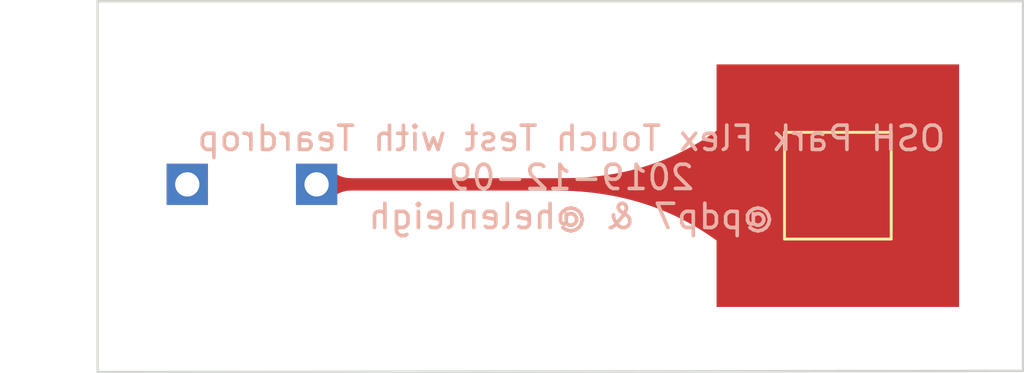
<source format=kicad_pcb>
(kicad_pcb (version 20171130) (host pcbnew 5.1.4-e60b266~84~ubuntu19.04.1)

  (general
    (thickness 1.6)
    (drawings 5)
    (tracks 2)
    (zones 0)
    (modules 3)
    (nets 3)
  )

  (page A4)
  (layers
    (0 F.Cu signal)
    (31 B.Cu signal)
    (32 B.Adhes user)
    (33 F.Adhes user)
    (34 B.Paste user)
    (35 F.Paste user)
    (36 B.SilkS user)
    (37 F.SilkS user)
    (38 B.Mask user)
    (39 F.Mask user)
    (40 Dwgs.User user)
    (41 Cmts.User user)
    (42 Eco1.User user)
    (43 Eco2.User user)
    (44 Edge.Cuts user)
    (45 Margin user)
    (46 B.CrtYd user)
    (47 F.CrtYd user)
    (48 B.Fab user)
    (49 F.Fab user)
  )

  (setup
    (last_trace_width 0.25)
    (trace_clearance 0.2)
    (zone_clearance 0.508)
    (zone_45_only no)
    (trace_min 0.2)
    (via_size 0.8)
    (via_drill 0.4)
    (via_min_size 0.4)
    (via_min_drill 0.3)
    (uvia_size 0.3)
    (uvia_drill 0.1)
    (uvias_allowed no)
    (uvia_min_size 0.2)
    (uvia_min_drill 0.1)
    (edge_width 0.05)
    (segment_width 0.2)
    (pcb_text_width 0.3)
    (pcb_text_size 1.5 1.5)
    (mod_edge_width 0.12)
    (mod_text_size 1 1)
    (mod_text_width 0.15)
    (pad_size 1.524 1.524)
    (pad_drill 0.762)
    (pad_to_mask_clearance 0.051)
    (solder_mask_min_width 0.25)
    (aux_axis_origin 0 0)
    (visible_elements FFFFFF7F)
    (pcbplotparams
      (layerselection 0x010fc_ffffffff)
      (usegerberextensions false)
      (usegerberattributes false)
      (usegerberadvancedattributes false)
      (creategerberjobfile false)
      (excludeedgelayer true)
      (linewidth 0.100000)
      (plotframeref false)
      (viasonmask false)
      (mode 1)
      (useauxorigin false)
      (hpglpennumber 1)
      (hpglpenspeed 20)
      (hpglpendiameter 15.000000)
      (psnegative false)
      (psa4output false)
      (plotreference true)
      (plotvalue true)
      (plotinvisibletext false)
      (padsonsilk false)
      (subtractmaskfromsilk false)
      (outputformat 1)
      (mirror false)
      (drillshape 1)
      (scaleselection 1)
      (outputdirectory ""))
  )

  (net 0 "")
  (net 1 "Net-(J1-Pad1)")
  (net 2 "Net-(J2-Pad1)")

  (net_class Default "This is the default net class."
    (clearance 0.2)
    (trace_width 0.25)
    (via_dia 0.8)
    (via_drill 0.4)
    (uvia_dia 0.3)
    (uvia_drill 0.1)
    (add_net "Net-(J1-Pad1)")
    (add_net "Net-(J2-Pad1)")
  )

  (module Connector_PinSocket_2.54mm:PinSocket_1x01_P2.54mm_Vertical (layer F.Cu) (tedit 5CFDBA25) (tstamp 5CFE6D3B)
    (at 113.16716 55.81142)
    (descr "Through hole straight socket strip, 1x01, 2.54mm pitch, single row (from Kicad 4.0.7), script generated")
    (tags "Through hole socket strip THT 1x01 2.54mm single row")
    (path /5D02263C)
    (fp_text reference J1 (at 0 -2.77) (layer F.SilkS) hide
      (effects (font (size 1 1) (thickness 0.15)))
    )
    (fp_text value Conn_01x01_Female (at 0 2.77) (layer F.Fab)
      (effects (font (size 1 1) (thickness 0.15)))
    )
    (fp_text user %R (at 0 0) (layer F.Fab)
      (effects (font (size 1 1) (thickness 0.15)))
    )
    (fp_line (start -1.8 1.75) (end -1.8 -1.8) (layer F.CrtYd) (width 0.05))
    (fp_line (start 1.75 1.75) (end -1.8 1.75) (layer F.CrtYd) (width 0.05))
    (fp_line (start 1.75 -1.8) (end 1.75 1.75) (layer F.CrtYd) (width 0.05))
    (fp_line (start -1.8 -1.8) (end 1.75 -1.8) (layer F.CrtYd) (width 0.05))
    (fp_line (start -1.27 1.27) (end -1.27 -1.27) (layer F.Fab) (width 0.1))
    (fp_line (start 1.27 1.27) (end -1.27 1.27) (layer F.Fab) (width 0.1))
    (fp_line (start 1.27 -0.635) (end 1.27 1.27) (layer F.Fab) (width 0.1))
    (fp_line (start 0.635 -1.27) (end 1.27 -0.635) (layer F.Fab) (width 0.1))
    (fp_line (start -1.27 -1.27) (end 0.635 -1.27) (layer F.Fab) (width 0.1))
    (pad 1 thru_hole rect (at 0 0) (size 1.7 1.7) (drill 1) (layers *.Cu *.Mask)
      (net 1 "Net-(J1-Pad1)"))
    (model ${KISYS3DMOD}/Connector_PinSocket_2.54mm.3dshapes/PinSocket_1x01_P2.54mm_Vertical.wrl
      (at (xyz 0 0 0))
      (scale (xyz 1 1 1))
      (rotate (xyz 0 0 0))
    )
  )

  (module Connector_PinSocket_2.54mm:PinSocket_1x01_P2.54mm_Vertical (layer F.Cu) (tedit 5CFDB9BF) (tstamp 5CFE6E7A)
    (at 107.8357 55.81142)
    (descr "Through hole straight socket strip, 1x01, 2.54mm pitch, single row (from Kicad 4.0.7), script generated")
    (tags "Through hole socket strip THT 1x01 2.54mm single row")
    (path /5D0239F0)
    (fp_text reference J2 (at 0 -2.77) (layer F.SilkS) hide
      (effects (font (size 1 1) (thickness 0.15)))
    )
    (fp_text value Conn_01x01_Female (at 0 2.77) (layer F.Fab)
      (effects (font (size 1 1) (thickness 0.15)))
    )
    (fp_text user %R (at 0 0) (layer F.Fab)
      (effects (font (size 1 1) (thickness 0.15)))
    )
    (fp_line (start -1.8 1.75) (end -1.8 -1.8) (layer F.CrtYd) (width 0.05))
    (fp_line (start 1.75 1.75) (end -1.8 1.75) (layer F.CrtYd) (width 0.05))
    (fp_line (start 1.75 -1.8) (end 1.75 1.75) (layer F.CrtYd) (width 0.05))
    (fp_line (start -1.8 -1.8) (end 1.75 -1.8) (layer F.CrtYd) (width 0.05))
    (fp_line (start -1.27 1.27) (end -1.27 -1.27) (layer F.Fab) (width 0.1))
    (fp_line (start 1.27 1.27) (end -1.27 1.27) (layer F.Fab) (width 0.1))
    (fp_line (start 1.27 -0.635) (end 1.27 1.27) (layer F.Fab) (width 0.1))
    (fp_line (start 0.635 -1.27) (end 1.27 -0.635) (layer F.Fab) (width 0.1))
    (fp_line (start -1.27 -1.27) (end 0.635 -1.27) (layer F.Fab) (width 0.1))
    (pad 1 thru_hole rect (at 0 0) (size 1.7 1.7) (drill 1) (layers *.Cu *.Mask)
      (net 2 "Net-(J2-Pad1)"))
    (model ${KISYS3DMOD}/Connector_PinSocket_2.54mm.3dshapes/PinSocket_1x01_P2.54mm_Vertical.wrl
      (at (xyz 0 0 0))
      (scale (xyz 1 1 1))
      (rotate (xyz 0 0 0))
    )
  )

  (module touch:TestPoint_Pad_4.0x4.0mm (layer F.Cu) (tedit 5CFDB681) (tstamp 5CFE6F5B)
    (at 134.65556 55.86476)
    (descr "SMD rectangular pad as test Point, square 4.0mm side length")
    (tags "test point SMD pad rectangle square")
    (path /5CFD8ABE)
    (attr virtual)
    (fp_text reference TP1 (at 0 -2.898) (layer F.SilkS) hide
      (effects (font (size 1 1) (thickness 0.15)))
    )
    (fp_text value TestPoint (at 0 3.1) (layer F.Fab)
      (effects (font (size 1 1) (thickness 0.15)))
    )
    (fp_text user %R (at 0 -2.9) (layer F.Fab)
      (effects (font (size 1 1) (thickness 0.15)))
    )
    (fp_line (start -2.2 -2.2) (end 2.2 -2.2) (layer F.SilkS) (width 0.12))
    (fp_line (start 2.2 -2.2) (end 2.2 2.2) (layer F.SilkS) (width 0.12))
    (fp_line (start 2.2 2.2) (end -2.2 2.2) (layer F.SilkS) (width 0.12))
    (fp_line (start -2.2 2.2) (end -2.2 -2.2) (layer F.SilkS) (width 0.12))
    (fp_line (start -2.5 -2.5) (end 2.5 -2.5) (layer F.CrtYd) (width 0.05))
    (fp_line (start -2.5 -2.5) (end -2.5 2.5) (layer F.CrtYd) (width 0.05))
    (fp_line (start 2.5 2.5) (end 2.5 -2.5) (layer F.CrtYd) (width 0.05))
    (fp_line (start 2.5 2.5) (end -2.5 2.5) (layer F.CrtYd) (width 0.05))
    (pad 1 smd rect (at 0 0) (size 10 10) (layers F.Cu F.Mask)
      (net 1 "Net-(J1-Pad1)"))
  )

  (gr_text "OSH Park Flex Touch Test with Teardrop\n2019-12-09\n@pdp7 & @helenleigh" (at 123.6726 55.5244) (layer B.SilkS)
    (effects (font (size 1 1) (thickness 0.15)) (justify mirror))
  )
  (gr_line (start 104.14 63.5508) (end 142.2908 63.5) (layer Edge.Cuts) (width 0.1))
  (gr_line (start 104.14 48.26) (end 104.14 63.5508) (layer Edge.Cuts) (width 0.1))
  (gr_line (start 142.2908 48.26) (end 104.14 48.26) (layer Edge.Cuts) (width 0.1))
  (gr_line (start 142.2908 63.5) (end 142.2908 48.26) (layer Edge.Cuts) (width 0.1))

  (segment (start 134.60222 55.81142) (end 134.65556 55.86476) (width 0.25) (layer F.Cu) (net 1))
  (segment (start 113.16716 55.81142) (end 134.60222 55.81142) (width 0.508) (layer F.Cu) (net 1))

  (zone (net 1) (net_name "Net-(J1-Pad1)") (layer F.Cu) (tstamp 0) (hatch edge 0.508)
    (priority 16962)
    (connect_pads yes (clearance 0.2))
    (min_thickness 0.0254)
    (fill yes (arc_segments 32) (thermal_gap 0.508) (thermal_bridge_width 0.508))
    (polygon
      (pts
        (xy 114.606023 55.55742) (xy 114.573031 55.557041) (xy 114.540402 55.555904) (xy 114.508137 55.55401) (xy 114.476234 55.551358)
        (xy 114.444695 55.547948) (xy 114.413518 55.54378) (xy 114.382705 55.538854) (xy 114.352254 55.533171) (xy 114.322167 55.52673)
        (xy 114.292442 55.519531) (xy 114.263081 55.511574) (xy 114.234082 55.50286) (xy 114.205447 55.493388) (xy 114.177174 55.483158)
        (xy 114.149265 55.47217) (xy 114.121718 55.460424) (xy 114.094534 55.447921) (xy 114.067714 55.43466) (xy 114.041256 55.420641)
        (xy 114.015162 55.405864) (xy 113.98943 55.39033) (xy 113.964061 55.374038) (xy 113.939056 55.356988) (xy 113.914413 55.33918)
        (xy 113.890134 55.320614) (xy 113.866217 55.301291) (xy 113.842663 55.28121) (xy 113.819473 55.260371) (xy 113.796645 55.238774)
        (xy 113.774181 55.21642) (xy 112.74216 55.81142) (xy 113.774181 56.40642) (xy 113.796645 56.384065) (xy 113.819473 56.362468)
        (xy 113.842663 56.341629) (xy 113.866217 56.321548) (xy 113.890134 56.302225) (xy 113.914413 56.283659) (xy 113.939056 56.265851)
        (xy 113.964061 56.248801) (xy 113.98943 56.232509) (xy 114.015162 56.216975) (xy 114.041256 56.202198) (xy 114.067714 56.188179)
        (xy 114.094534 56.174918) (xy 114.121718 56.162415) (xy 114.149265 56.150669) (xy 114.177174 56.139681) (xy 114.205447 56.129451)
        (xy 114.234082 56.119979) (xy 114.263081 56.111265) (xy 114.292442 56.103308) (xy 114.322167 56.096109) (xy 114.352254 56.089668)
        (xy 114.382705 56.083985) (xy 114.413518 56.079059) (xy 114.444695 56.074891) (xy 114.476234 56.071481) (xy 114.508137 56.068829)
        (xy 114.540402 56.066935) (xy 114.573031 56.065798) (xy 114.606023 56.06542)
      )
    )
    (filled_polygon
      (pts
        (xy 113.787687 55.247776) (xy 113.787917 55.248) (xy 113.810745 55.269597) (xy 113.810984 55.269817) (xy 113.834174 55.290656)
        (xy 113.834424 55.290874) (xy 113.857978 55.310955) (xy 113.858236 55.31117) (xy 113.882153 55.330493) (xy 113.882419 55.330702)
        (xy 113.906698 55.349268) (xy 113.906974 55.349474) (xy 113.931617 55.367282) (xy 113.931901 55.367481) (xy 113.956906 55.384531)
        (xy 113.957198 55.384724) (xy 113.982567 55.401016) (xy 113.982866 55.401202) (xy 114.008598 55.416736) (xy 114.008904 55.416915)
        (xy 114.034998 55.431692) (xy 114.03531 55.431863) (xy 114.061768 55.445882) (xy 114.062085 55.446044) (xy 114.088905 55.459305)
        (xy 114.089227 55.459459) (xy 114.116411 55.471962) (xy 114.116737 55.472106) (xy 114.144284 55.483852) (xy 114.144613 55.483987)
        (xy 114.172522 55.494975) (xy 114.172853 55.4951) (xy 114.201126 55.50533) (xy 114.201459 55.505445) (xy 114.230094 55.514917)
        (xy 114.230427 55.515023) (xy 114.259426 55.523737) (xy 114.259759 55.523832) (xy 114.28912 55.531789) (xy 114.289453 55.531874)
        (xy 114.319178 55.539073) (xy 114.319508 55.539149) (xy 114.349595 55.54559) (xy 114.349924 55.545655) (xy 114.380375 55.551338)
        (xy 114.3807 55.551395) (xy 114.411513 55.556321) (xy 114.411835 55.556368) (xy 114.443012 55.560536) (xy 114.44333 55.560574)
        (xy 114.474869 55.563984) (xy 114.475182 55.564014) (xy 114.507085 55.566666) (xy 114.507393 55.566688) (xy 114.539658 55.568582)
        (xy 114.53996 55.568596) (xy 114.572589 55.569733) (xy 114.572885 55.56974) (xy 114.593323 55.569975) (xy 114.593323 56.052865)
        (xy 114.572886 56.053099) (xy 114.572589 56.053106) (xy 114.53996 56.054243) (xy 114.539658 56.054257) (xy 114.507393 56.056151)
        (xy 114.507085 56.056173) (xy 114.475182 56.058825) (xy 114.474869 56.058855) (xy 114.44333 56.062265) (xy 114.443012 56.062303)
        (xy 114.411835 56.066471) (xy 114.411513 56.066518) (xy 114.3807 56.071444) (xy 114.380375 56.071501) (xy 114.349924 56.077184)
        (xy 114.349595 56.077249) (xy 114.319508 56.08369) (xy 114.319178 56.083766) (xy 114.289453 56.090965) (xy 114.28912 56.09105)
        (xy 114.259759 56.099007) (xy 114.259426 56.099102) (xy 114.230427 56.107816) (xy 114.230094 56.107922) (xy 114.201459 56.117394)
        (xy 114.201126 56.117509) (xy 114.172853 56.127739) (xy 114.172522 56.127864) (xy 114.144613 56.138852) (xy 114.144284 56.138987)
        (xy 114.116737 56.150733) (xy 114.116411 56.150877) (xy 114.089227 56.16338) (xy 114.088905 56.163534) (xy 114.062085 56.176795)
        (xy 114.061768 56.176957) (xy 114.03531 56.190976) (xy 114.034998 56.191147) (xy 114.008904 56.205924) (xy 114.008598 56.206103)
        (xy 113.982866 56.221637) (xy 113.982567 56.221823) (xy 113.957198 56.238115) (xy 113.956906 56.238308) (xy 113.931901 56.255358)
        (xy 113.931617 56.255557) (xy 113.906974 56.273365) (xy 113.906698 56.273571) (xy 113.882419 56.292137) (xy 113.882153 56.292346)
        (xy 113.858236 56.311669) (xy 113.857978 56.311884) (xy 113.834424 56.331965) (xy 113.834174 56.332183) (xy 113.810984 56.353022)
        (xy 113.810745 56.353242) (xy 113.787917 56.374839) (xy 113.787687 56.375063) (xy 113.772108 56.390566) (xy 112.767586 55.81142)
        (xy 113.772109 55.232274)
      )
    )
  )
  (zone (net 1) (net_name "Net-(J1-Pad1)") (layer F.Cu) (tstamp 0) (hatch edge 0.508)
    (priority 16962)
    (connect_pads yes (clearance 0.2))
    (min_thickness 0.0254)
    (fill yes (arc_segments 32) (thermal_gap 0.508) (thermal_bridge_width 0.508))
    (polygon
      (pts
        (xy 123.144427 56.06542) (xy 123.459921 56.072523) (xy 123.771911 56.086721) (xy 124.080397 56.108014) (xy 124.385379 56.136402)
        (xy 124.686856 56.171884) (xy 124.984828 56.214462) (xy 125.279296 56.264134) (xy 125.57026 56.320901) (xy 125.857719 56.384762)
        (xy 126.141674 56.455719) (xy 126.422125 56.53377) (xy 126.699071 56.618917) (xy 126.972513 56.711158) (xy 127.24245 56.810493)
        (xy 127.508883 56.916924) (xy 127.771811 57.030449) (xy 128.031235 57.15107) (xy 128.287155 57.278785) (xy 128.53957 57.413594)
        (xy 128.788481 57.555499) (xy 129.033887 57.704498) (xy 129.275789 57.860593) (xy 129.514187 58.023782) (xy 129.74908 58.194066)
        (xy 129.980468 58.371444) (xy 130.208353 58.555918) (xy 130.432732 58.747486) (xy 130.653608 58.946149) (xy 130.870979 59.151907)
        (xy 131.084846 59.36476) (xy 137.15556 55.86476) (xy 131.084846 52.36476) (xy 130.870979 52.577494) (xy 130.653608 52.782896)
        (xy 130.432732 52.980966) (xy 130.208353 53.171705) (xy 129.980468 53.355111) (xy 129.74908 53.531186) (xy 129.514187 53.699929)
        (xy 129.275789 53.86134) (xy 129.033887 54.015419) (xy 128.788481 54.162167) (xy 128.53957 54.301582) (xy 128.287155 54.433666)
        (xy 128.031235 54.558417) (xy 127.771811 54.675837) (xy 127.508883 54.785925) (xy 127.24245 54.888681) (xy 126.972513 54.984105)
        (xy 126.699071 55.072198) (xy 126.422125 55.152958) (xy 126.141674 55.226387) (xy 125.857719 55.292483) (xy 125.57026 55.351248)
        (xy 125.279296 55.402681) (xy 124.984828 55.446782) (xy 124.686856 55.483551) (xy 124.385379 55.512989) (xy 124.080397 55.535094)
        (xy 123.771911 55.549868) (xy 123.459921 55.55731) (xy 123.144427 55.55742)
      )
    )
    (filled_polygon
      (pts
        (xy 137.130134 55.86476) (xy 131.08692 59.348905) (xy 130.879938 59.142905) (xy 130.87971 59.142684) (xy 130.662339 58.936926)
        (xy 130.662101 58.936706) (xy 130.441225 58.738043) (xy 130.440978 58.737827) (xy 130.216599 58.546259) (xy 130.216344 58.546047)
        (xy 129.988459 58.361573) (xy 129.988195 58.361365) (xy 129.756807 58.183987) (xy 129.756534 58.183784) (xy 129.521641 58.0135)
        (xy 129.521361 58.013302) (xy 129.282963 57.850113) (xy 129.282675 57.849922) (xy 129.040773 57.693827) (xy 129.040478 57.693642)
        (xy 128.795072 57.544643) (xy 128.794771 57.544466) (xy 128.54586 57.402561) (xy 128.545553 57.402392) (xy 128.293138 57.267583)
        (xy 128.292826 57.267421) (xy 128.036906 57.139706) (xy 128.036589 57.139554) (xy 127.777165 57.018933) (xy 127.776845 57.018789)
        (xy 127.513917 56.905264) (xy 127.513594 56.90513) (xy 127.247161 56.798699) (xy 127.246836 56.798574) (xy 126.976899 56.699239)
        (xy 126.976572 56.699124) (xy 126.70313 56.606883) (xy 126.702803 56.606778) (xy 126.425857 56.521631) (xy 126.42553 56.521535)
        (xy 126.145079 56.443484) (xy 126.144753 56.443398) (xy 125.860798 56.372441) (xy 125.860473 56.372364) (xy 125.573014 56.308503)
        (xy 125.572692 56.308436) (xy 125.281728 56.251669) (xy 125.281408 56.251611) (xy 124.98694 56.201939) (xy 124.986624 56.20189)
        (xy 124.688652 56.159312) (xy 124.68834 56.159271) (xy 124.386863 56.123789) (xy 124.386556 56.123757) (xy 124.081574 56.095369)
        (xy 124.081272 56.095344) (xy 123.772786 56.074051) (xy 123.772488 56.074034) (xy 123.460498 56.059836) (xy 123.460207 56.059826)
        (xy 123.157127 56.053002) (xy 123.157127 55.570116) (xy 123.459925 55.57001) (xy 123.460224 55.570006) (xy 123.772214 55.562564)
        (xy 123.772519 55.562553) (xy 124.081005 55.547779) (xy 124.081315 55.547761) (xy 124.386297 55.525656) (xy 124.386613 55.525629)
        (xy 124.68809 55.496191) (xy 124.688411 55.496155) (xy 124.986383 55.459386) (xy 124.986709 55.459342) (xy 125.281177 55.415241)
        (xy 125.281507 55.415187) (xy 125.572471 55.363754) (xy 125.572804 55.363691) (xy 125.860263 55.304926) (xy 125.860598 55.304852)
        (xy 126.144553 55.238756) (xy 126.144891 55.238673) (xy 126.425342 55.165244) (xy 126.42568 55.16515) (xy 126.702626 55.08439)
        (xy 126.702965 55.084286) (xy 126.976407 54.996193) (xy 126.976746 54.996079) (xy 127.246683 54.900655) (xy 127.24702 54.90053)
        (xy 127.513453 54.797774) (xy 127.513788 54.79764) (xy 127.776716 54.687552) (xy 127.777048 54.687407) (xy 128.036472 54.569987)
        (xy 128.0368 54.569833) (xy 128.29272 54.445082) (xy 128.293043 54.444919) (xy 128.545458 54.312835) (xy 128.545776 54.312662)
        (xy 128.794687 54.173247) (xy 128.794999 54.173067) (xy 129.040405 54.026319) (xy 129.04071 54.026131) (xy 129.282612 53.872052)
        (xy 129.282909 53.871856) (xy 129.521307 53.710445) (xy 129.521597 53.710243) (xy 129.75649 53.5415) (xy 129.756771 53.541293)
        (xy 129.988159 53.365218) (xy 129.988431 53.365005) (xy 130.216316 53.181599) (xy 130.216579 53.181381) (xy 130.440958 52.990642)
        (xy 130.441211 52.990421) (xy 130.662087 52.792351) (xy 130.662331 52.792127) (xy 130.879702 52.586725) (xy 130.879935 52.586498)
        (xy 131.086917 52.380613)
      )
    )
  )
)

</source>
